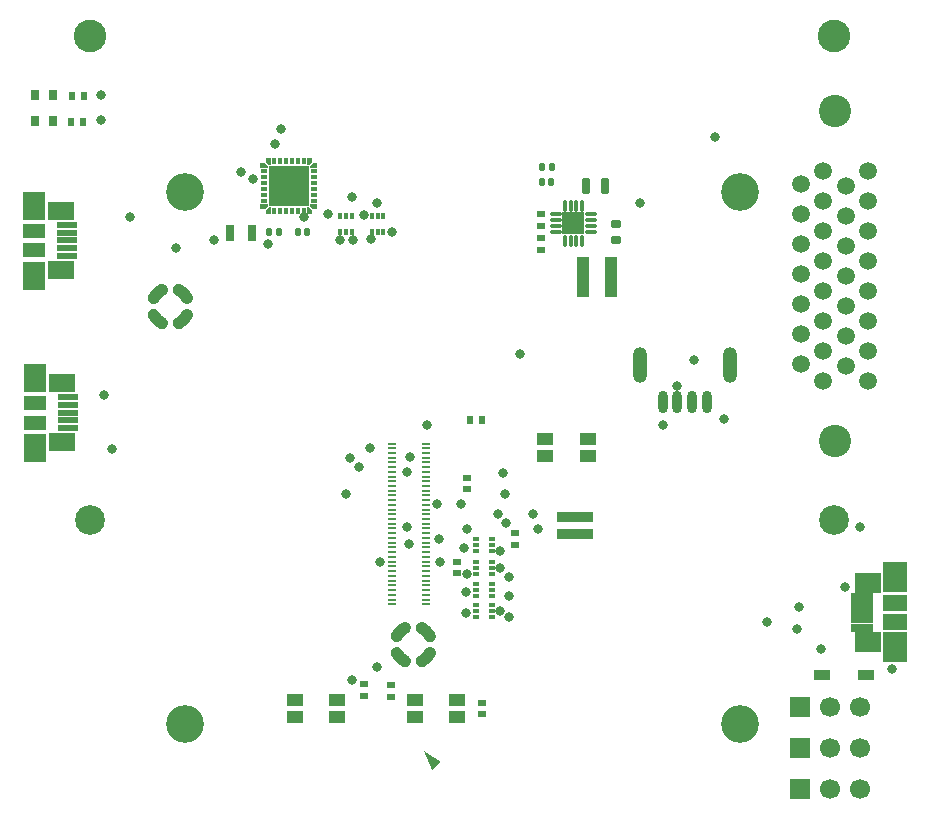
<source format=gbs>
%FSLAX42Y42*%
%MOMM*%
G71*
G01*
G75*
G04 Layer_Color=16711935*
%ADD10C,0.15*%
%ADD11C,0.50*%
%ADD12C,0.80*%
%ADD13C,0.20*%
%ADD14C,0.25*%
%ADD15C,1.00*%
%ADD16C,4.10*%
%ADD17C,1.30*%
%ADD18C,2.54*%
%ADD19R,1.50X1.50*%
%ADD20C,1.50*%
%ADD21C,2.30*%
%ADD22C,2.55*%
%ADD23C,3.00*%
%ADD24C,0.60*%
%ADD25C,0.50*%
%ADD26R,0.61X0.51*%
%ADD27R,0.71X1.32*%
G04:AMPARAMS|DCode=28|XSize=0.51mm|YSize=0.61mm|CornerRadius=0.13mm|HoleSize=0mm|Usage=FLASHONLY|Rotation=0.000|XOffset=0mm|YOffset=0mm|HoleType=Round|Shape=RoundedRectangle|*
%AMROUNDEDRECTD28*
21,1,0.51,0.36,0,0,0.0*
21,1,0.25,0.61,0,0,0.0*
1,1,0.25,0.13,-0.18*
1,1,0.25,-0.13,-0.18*
1,1,0.25,-0.13,0.18*
1,1,0.25,0.13,0.18*
%
%ADD28ROUNDEDRECTD28*%
%ADD29R,0.30X0.30*%
%ADD30R,0.30X0.50*%
%ADD31R,0.30X0.30*%
%ADD32R,0.50X0.30*%
%ADD33R,3.30X3.30*%
%ADD34R,0.30X0.45*%
%ADD35R,0.45X0.30*%
%ADD36R,0.98X3.40*%
%ADD37R,1.42X1.07*%
%ADD38R,1.91X1.19*%
%ADD39R,1.91X2.39*%
%ADD40R,2.11X1.50*%
%ADD41R,1.70X0.46*%
%ADD42R,0.51X0.61*%
%ADD43R,0.61X0.91*%
G04:AMPARAMS|DCode=44|XSize=0.71mm|YSize=1.32mm|CornerRadius=0.18mm|HoleSize=0mm|Usage=FLASHONLY|Rotation=0.000|XOffset=0mm|YOffset=0mm|HoleType=Round|Shape=RoundedRectangle|*
%AMROUNDEDRECTD44*
21,1,0.71,0.97,0,0,0.0*
21,1,0.36,1.32,0,0,0.0*
1,1,0.36,0.18,-0.48*
1,1,0.36,-0.18,-0.48*
1,1,0.36,-0.18,0.48*
1,1,0.36,0.18,0.48*
%
%ADD44ROUNDEDRECTD44*%
G04:AMPARAMS|DCode=45|XSize=0.61mm|YSize=0.91mm|CornerRadius=0.15mm|HoleSize=0mm|Usage=FLASHONLY|Rotation=90.000|XOffset=0mm|YOffset=0mm|HoleType=Round|Shape=RoundedRectangle|*
%AMROUNDEDRECTD45*
21,1,0.61,0.61,0,0,90.0*
21,1,0.30,0.91,0,0,90.0*
1,1,0.30,0.30,0.15*
1,1,0.30,0.30,-0.15*
1,1,0.30,-0.30,-0.15*
1,1,0.30,-0.30,0.15*
%
%ADD45ROUNDEDRECTD45*%
%ADD46R,0.71X0.20*%
%ADD47O,0.28X0.85*%
%ADD48O,0.85X0.28*%
%ADD49R,1.70X1.70*%
%ADD50R,3.02X0.76*%
%ADD51R,1.22X0.71*%
%ADD52R,1.70X0.40*%
G04:AMPARAMS|DCode=53|XSize=0.61mm|YSize=1.7mm|CornerRadius=0.3mm|HoleSize=0mm|Usage=FLASHONLY|Rotation=0.000|XOffset=0mm|YOffset=0mm|HoleType=Round|Shape=RoundedRectangle|*
%AMROUNDEDRECTD53*
21,1,0.61,1.09,0,0,0.0*
21,1,0.00,1.70,0,0,0.0*
1,1,0.61,0.00,-0.55*
1,1,0.61,0.00,-0.55*
1,1,0.61,0.00,0.55*
1,1,0.61,0.00,0.55*
%
%ADD53ROUNDEDRECTD53*%
G04:AMPARAMS|DCode=54|XSize=2.82mm|YSize=1.02mm|CornerRadius=0.51mm|HoleSize=0mm|Usage=FLASHONLY|Rotation=270.000|XOffset=0mm|YOffset=0mm|HoleType=Round|Shape=RoundedRectangle|*
%AMROUNDEDRECTD54*
21,1,2.82,0.00,0,0,270.0*
21,1,1.80,1.02,0,0,270.0*
1,1,1.02,0.00,-0.90*
1,1,1.02,0.00,0.90*
1,1,1.02,0.00,0.90*
1,1,1.02,0.00,-0.90*
%
%ADD54ROUNDEDRECTD54*%
%ADD55C,0.38*%
%ADD56C,0.60*%
%ADD57C,0.13*%
%ADD58R,0.60X0.15*%
%ADD59C,0.10*%
%ADD60C,1.50*%
%ADD61C,2.74*%
%ADD62R,1.70X1.70*%
%ADD63C,1.70*%
%ADD64C,2.51*%
%ADD65C,2.76*%
%ADD66C,3.20*%
%ADD67C,0.80*%
%ADD68R,0.66X0.56*%
%ADD69R,0.76X1.37*%
%ADD70R,0.42X0.62*%
%ADD71R,0.62X0.42*%
%ADD72R,3.42X3.42*%
%ADD73R,0.35X0.50*%
%ADD74R,0.50X0.35*%
%ADD75R,1.03X3.45*%
%ADD76R,1.47X1.12*%
%ADD77R,1.96X1.24*%
%ADD78R,1.96X2.44*%
%ADD79R,2.16X1.55*%
%ADD80R,1.75X0.51*%
%ADD81R,0.56X0.66*%
%ADD82R,0.66X0.97*%
%ADD83R,0.76X0.25*%
%ADD84O,0.42X0.99*%
%ADD85O,0.99X0.42*%
%ADD86R,1.84X1.84*%
%ADD87R,3.07X0.81*%
%ADD88R,1.42X0.91*%
%ADD89R,2.11X1.40*%
%ADD90R,2.11X2.59*%
%ADD91R,2.31X1.70*%
%ADD92R,1.91X0.66*%
%ADD93R,1.91X0.60*%
G04:AMPARAMS|DCode=94|XSize=0.81mm|YSize=1.91mm|CornerRadius=0.41mm|HoleSize=0mm|Usage=FLASHONLY|Rotation=0.000|XOffset=0mm|YOffset=0mm|HoleType=Round|Shape=RoundedRectangle|*
%AMROUNDEDRECTD94*
21,1,0.81,1.09,0,0,0.0*
21,1,0.00,1.91,0,0,0.0*
1,1,0.81,0.00,-0.55*
1,1,0.81,0.00,-0.55*
1,1,0.81,0.00,0.55*
1,1,0.81,0.00,0.55*
%
%ADD94ROUNDEDRECTD94*%
G04:AMPARAMS|DCode=95|XSize=3.02mm|YSize=1.22mm|CornerRadius=0.61mm|HoleSize=0mm|Usage=FLASHONLY|Rotation=270.000|XOffset=0mm|YOffset=0mm|HoleType=Round|Shape=RoundedRectangle|*
%AMROUNDEDRECTD95*
21,1,3.02,0.00,0,0,270.0*
21,1,1.80,1.22,0,0,270.0*
1,1,1.22,0.00,-0.90*
1,1,1.22,0.00,0.90*
1,1,1.22,0.00,0.90*
1,1,1.22,0.00,-0.90*
%
%ADD95ROUNDEDRECTD95*%
G36*
X-1809Y2746D02*
X-1785Y2722D01*
X-1785Y2684D01*
X-1827D01*
Y2746D01*
X-1809Y2746D01*
D02*
G37*
G36*
X-2160Y2752D02*
X-2184Y2729D01*
X-2222Y2729D01*
Y2771D01*
X-2160D01*
X-2160Y2752D01*
D02*
G37*
G36*
X-697Y-1948D02*
X-768Y-2021D01*
X-834Y-1857D01*
X-697Y-1948D01*
D02*
G37*
G36*
X-2135Y2684D02*
X-2177D01*
X-2177Y2722D01*
X-2154Y2746D01*
X-2135Y2746D01*
Y2684D01*
D02*
G37*
G36*
X-1740Y2729D02*
X-1779Y2729D01*
X-1802Y2752D01*
X-1802Y2771D01*
X-1740D01*
Y2729D01*
D02*
G37*
G36*
X-2135Y3104D02*
X-2154Y3104D01*
X-2177Y3127D01*
X-2177Y3166D01*
X-2135D01*
Y3104D01*
D02*
G37*
G36*
X-1785Y3127D02*
X-1809Y3104D01*
X-1827Y3104D01*
Y3166D01*
X-1785D01*
X-1785Y3127D01*
D02*
G37*
G36*
X-2184Y3121D02*
X-2160Y3097D01*
X-2160Y3079D01*
X-2222D01*
Y3121D01*
X-2184Y3121D01*
D02*
G37*
G36*
X-1740Y3079D02*
X-1802D01*
X-1802Y3097D01*
X-1779Y3121D01*
X-1740Y3121D01*
Y3079D01*
D02*
G37*
D15*
X-3056Y2046D02*
G03*
X-3127Y1976I71J-141D01*
G01*
Y1834D02*
G03*
X-3056Y1763I141J71D01*
G01*
X-2915D02*
G03*
X-2844Y1834I-71J141D01*
G01*
Y1976D02*
G03*
X-2915Y2046I-141J-71D01*
G01*
X-999Y-816D02*
G03*
X-1069Y-887I71J-141D01*
G01*
X-787D02*
G03*
X-857Y-816I-141J-71D01*
G01*
Y-1099D02*
G03*
X-787Y-1028I-71J141D01*
G01*
X-1069D02*
G03*
X-999Y-1099I141J71D01*
G01*
D28*
X-1828Y2540D02*
D03*
X-1908D02*
D03*
X162Y3085D02*
D03*
X242D02*
D03*
X159Y2961D02*
D03*
X239D02*
D03*
X-2068Y2540D02*
D03*
X-2148D02*
D03*
D44*
X534Y2929D02*
D03*
X694D02*
D03*
D45*
X791Y2606D02*
D03*
Y2466D02*
D03*
D60*
X2925Y1528D02*
D03*
Y1782D02*
D03*
Y2036D02*
D03*
Y2290D02*
D03*
Y2544D02*
D03*
Y2798D02*
D03*
Y3052D02*
D03*
X2735Y1655D02*
D03*
Y1909D02*
D03*
Y2163D02*
D03*
Y2417D02*
D03*
Y2671D02*
D03*
Y2925D02*
D03*
X2544Y3052D02*
D03*
Y2798D02*
D03*
Y2544D02*
D03*
Y2290D02*
D03*
Y2036D02*
D03*
Y1782D02*
D03*
Y1528D02*
D03*
Y1274D02*
D03*
X2354Y2938D02*
D03*
Y2684D02*
D03*
Y2430D02*
D03*
Y2176D02*
D03*
Y1922D02*
D03*
Y1668D02*
D03*
Y1414D02*
D03*
X2735Y1401D02*
D03*
X2925Y1274D02*
D03*
D61*
X2640Y3560D02*
D03*
Y766D02*
D03*
D62*
X2350Y-1829D02*
D03*
Y-2184D02*
D03*
Y-1486D02*
D03*
D63*
X2603Y-1829D02*
D03*
X2858D02*
D03*
X2603Y-2184D02*
D03*
X2858D02*
D03*
X2603Y-1486D02*
D03*
X2858D02*
D03*
D64*
X2637Y96D02*
D03*
X-3663D02*
D03*
D65*
Y4196D02*
D03*
X2637D02*
D03*
D66*
X1837Y-1629D02*
D03*
Y2871D02*
D03*
X-2863D02*
D03*
Y-1629D02*
D03*
D67*
X1623Y3340D02*
D03*
X988Y2779D02*
D03*
X1184Y904D02*
D03*
X1702Y952D02*
D03*
X1753Y1372D02*
D03*
X1308Y1232D02*
D03*
X1448Y1448D02*
D03*
X-2388Y3048D02*
D03*
X-2616Y2464D02*
D03*
X2324Y-826D02*
D03*
X2337Y-635D02*
D03*
X2070Y-762D02*
D03*
X2527Y-991D02*
D03*
X2858Y38D02*
D03*
X3124Y-1168D02*
D03*
Y-305D02*
D03*
X2729Y-469D02*
D03*
X-3327Y2667D02*
D03*
X-3480Y699D02*
D03*
X-140Y76D02*
D03*
X127Y25D02*
D03*
X89Y152D02*
D03*
X-209Y145D02*
D03*
X-476Y-362D02*
D03*
X-1105Y2540D02*
D03*
X-1232Y2781D02*
D03*
X-1435Y2464D02*
D03*
X-495Y-140D02*
D03*
X-1384Y546D02*
D03*
X-978Y508D02*
D03*
X-470Y25D02*
D03*
X-25Y1499D02*
D03*
X-165Y495D02*
D03*
X-156Y314D02*
D03*
X-521Y229D02*
D03*
X424Y122D02*
D03*
X-813Y902D02*
D03*
X-978Y38D02*
D03*
X-952Y635D02*
D03*
X-114Y-724D02*
D03*
Y-546D02*
D03*
Y-381D02*
D03*
X-190Y-165D02*
D03*
X-711Y-63D02*
D03*
X-965Y-102D02*
D03*
X-1206Y-254D02*
D03*
X-699D02*
D03*
X-483Y-508D02*
D03*
Y-686D02*
D03*
X-190Y-673D02*
D03*
Y-305D02*
D03*
X-1232Y-1143D02*
D03*
X-1295Y711D02*
D03*
X-1448Y-1257D02*
D03*
Y2832D02*
D03*
X-1460Y622D02*
D03*
X-1346Y2680D02*
D03*
X-1856Y2664D02*
D03*
X-1651Y2692D02*
D03*
X-2045Y3404D02*
D03*
X-2159Y2438D02*
D03*
X-2095Y3277D02*
D03*
X-3543Y1156D02*
D03*
X-3569Y3480D02*
D03*
Y3696D02*
D03*
X-2286Y2984D02*
D03*
X-2936Y2398D02*
D03*
X-724Y229D02*
D03*
X-1283Y2476D02*
D03*
X-1549Y2464D02*
D03*
X-1499Y317D02*
D03*
D68*
X-559Y-355D02*
D03*
Y-254D02*
D03*
X-1346Y-1396D02*
D03*
Y-1295D02*
D03*
X-1118Y-1296D02*
D03*
Y-1397D02*
D03*
X-343Y-1549D02*
D03*
Y-1448D02*
D03*
X156Y2688D02*
D03*
Y2588D02*
D03*
Y2485D02*
D03*
Y2384D02*
D03*
X-63Y-15D02*
D03*
Y-116D02*
D03*
X-470Y456D02*
D03*
Y356D02*
D03*
D69*
X-2291Y2527D02*
D03*
X-2483D02*
D03*
D70*
X-1856Y2715D02*
D03*
X-1906D02*
D03*
X-1956D02*
D03*
X-2006D02*
D03*
X-2056D02*
D03*
X-2106D02*
D03*
Y3135D02*
D03*
X-2056D02*
D03*
X-2006D02*
D03*
X-1956D02*
D03*
X-1906D02*
D03*
X-1856D02*
D03*
D71*
X-2191Y2800D02*
D03*
Y2850D02*
D03*
Y2900D02*
D03*
Y2950D02*
D03*
Y3000D02*
D03*
Y3050D02*
D03*
X-1771D02*
D03*
Y3000D02*
D03*
Y2950D02*
D03*
Y2900D02*
D03*
Y2850D02*
D03*
Y2800D02*
D03*
D72*
X-1981Y2925D02*
D03*
D73*
X-1448Y2540D02*
D03*
X-1498D02*
D03*
X-1548D02*
D03*
X-1448Y2675D02*
D03*
X-1498D02*
D03*
X-1548D02*
D03*
X-1181Y2540D02*
D03*
X-1231D02*
D03*
X-1281D02*
D03*
X-1181Y2675D02*
D03*
X-1231D02*
D03*
X-1281D02*
D03*
D74*
X-394Y-546D02*
D03*
Y-496D02*
D03*
Y-446D02*
D03*
X-259Y-546D02*
D03*
Y-496D02*
D03*
Y-446D02*
D03*
X-394Y-724D02*
D03*
Y-674D02*
D03*
Y-624D02*
D03*
X-259Y-724D02*
D03*
Y-674D02*
D03*
Y-624D02*
D03*
X-394Y-356D02*
D03*
Y-306D02*
D03*
Y-256D02*
D03*
X-259Y-356D02*
D03*
Y-306D02*
D03*
Y-256D02*
D03*
X-394Y-165D02*
D03*
Y-115D02*
D03*
Y-65D02*
D03*
X-259Y-165D02*
D03*
Y-115D02*
D03*
Y-65D02*
D03*
D75*
X507Y2158D02*
D03*
X744D02*
D03*
D76*
X549Y784D02*
D03*
X188D02*
D03*
X549Y638D02*
D03*
X188D02*
D03*
X-917Y-1571D02*
D03*
X-557D02*
D03*
X-917Y-1425D02*
D03*
X-557D02*
D03*
X-1933Y-1571D02*
D03*
X-1573D02*
D03*
X-1933Y-1425D02*
D03*
X-1573D02*
D03*
D77*
X-4142Y2380D02*
D03*
Y2548D02*
D03*
X-4134Y922D02*
D03*
Y1090D02*
D03*
D78*
X-4142Y2759D02*
D03*
Y2167D02*
D03*
X-4134Y1301D02*
D03*
Y709D02*
D03*
D79*
X-3911Y2714D02*
D03*
Y2212D02*
D03*
X-3903Y1256D02*
D03*
Y754D02*
D03*
D80*
X-3860Y2332D02*
D03*
Y2594D02*
D03*
Y2529D02*
D03*
Y2398D02*
D03*
Y2464D02*
D03*
X-3852Y874D02*
D03*
Y1136D02*
D03*
Y1071D02*
D03*
Y940D02*
D03*
Y1006D02*
D03*
D81*
X-444Y940D02*
D03*
X-343D02*
D03*
X-3826Y3470D02*
D03*
X-3725D02*
D03*
X-3821Y3688D02*
D03*
X-3720D02*
D03*
D82*
X-3982Y3475D02*
D03*
X-4133D02*
D03*
X-3979Y3698D02*
D03*
X-4130D02*
D03*
D83*
X-1106Y-616D02*
D03*
Y-576D02*
D03*
Y-536D02*
D03*
Y-496D02*
D03*
Y-456D02*
D03*
Y-416D02*
D03*
Y-376D02*
D03*
Y-336D02*
D03*
Y-296D02*
D03*
Y-256D02*
D03*
Y-216D02*
D03*
Y-175D02*
D03*
Y-134D02*
D03*
Y-94D02*
D03*
Y-56D02*
D03*
Y-15D02*
D03*
Y26D02*
D03*
Y66D02*
D03*
Y104D02*
D03*
Y145D02*
D03*
Y186D02*
D03*
Y226D02*
D03*
Y264D02*
D03*
Y305D02*
D03*
Y346D02*
D03*
Y386D02*
D03*
Y424D02*
D03*
Y465D02*
D03*
Y506D02*
D03*
Y546D02*
D03*
Y585D02*
D03*
Y625D02*
D03*
Y666D02*
D03*
Y706D02*
D03*
Y745D02*
D03*
X-824Y-616D02*
D03*
Y-576D02*
D03*
Y-536D02*
D03*
Y-496D02*
D03*
Y-456D02*
D03*
Y-416D02*
D03*
Y-376D02*
D03*
Y-336D02*
D03*
Y-296D02*
D03*
Y-256D02*
D03*
Y-216D02*
D03*
Y-175D02*
D03*
Y-134D02*
D03*
Y-94D02*
D03*
Y-56D02*
D03*
Y-15D02*
D03*
Y26D02*
D03*
Y66D02*
D03*
Y104D02*
D03*
Y145D02*
D03*
Y186D02*
D03*
Y226D02*
D03*
Y264D02*
D03*
Y305D02*
D03*
Y346D02*
D03*
Y386D02*
D03*
Y424D02*
D03*
Y465D02*
D03*
Y506D02*
D03*
Y546D02*
D03*
Y585D02*
D03*
Y625D02*
D03*
Y666D02*
D03*
Y706D02*
D03*
Y745D02*
D03*
D84*
X503Y2462D02*
D03*
X453D02*
D03*
X403D02*
D03*
X353D02*
D03*
Y2757D02*
D03*
X403D02*
D03*
X453D02*
D03*
X503D02*
D03*
D85*
X280Y2535D02*
D03*
Y2585D02*
D03*
Y2635D02*
D03*
Y2685D02*
D03*
X575D02*
D03*
Y2635D02*
D03*
Y2585D02*
D03*
Y2535D02*
D03*
D86*
X428Y2610D02*
D03*
D87*
X437Y127D02*
D03*
Y-24D02*
D03*
D88*
X2903Y-1219D02*
D03*
X2533Y-1219D02*
D03*
D89*
X3150Y-602D02*
D03*
X3150Y-770D02*
D03*
D90*
Y-981D02*
D03*
X3150Y-389D02*
D03*
D91*
X2918Y-936D02*
D03*
X2918Y-434D02*
D03*
D92*
X2868Y-554D02*
D03*
X2868Y-816D02*
D03*
X2868Y-620D02*
D03*
X2868Y-686D02*
D03*
D93*
X2868Y-751D02*
D03*
D94*
X1559Y1093D02*
D03*
X1434Y1093D02*
D03*
X1308Y1093D02*
D03*
X1184Y1093D02*
D03*
D95*
X1754Y1408D02*
D03*
X988Y1408D02*
D03*
M02*

</source>
